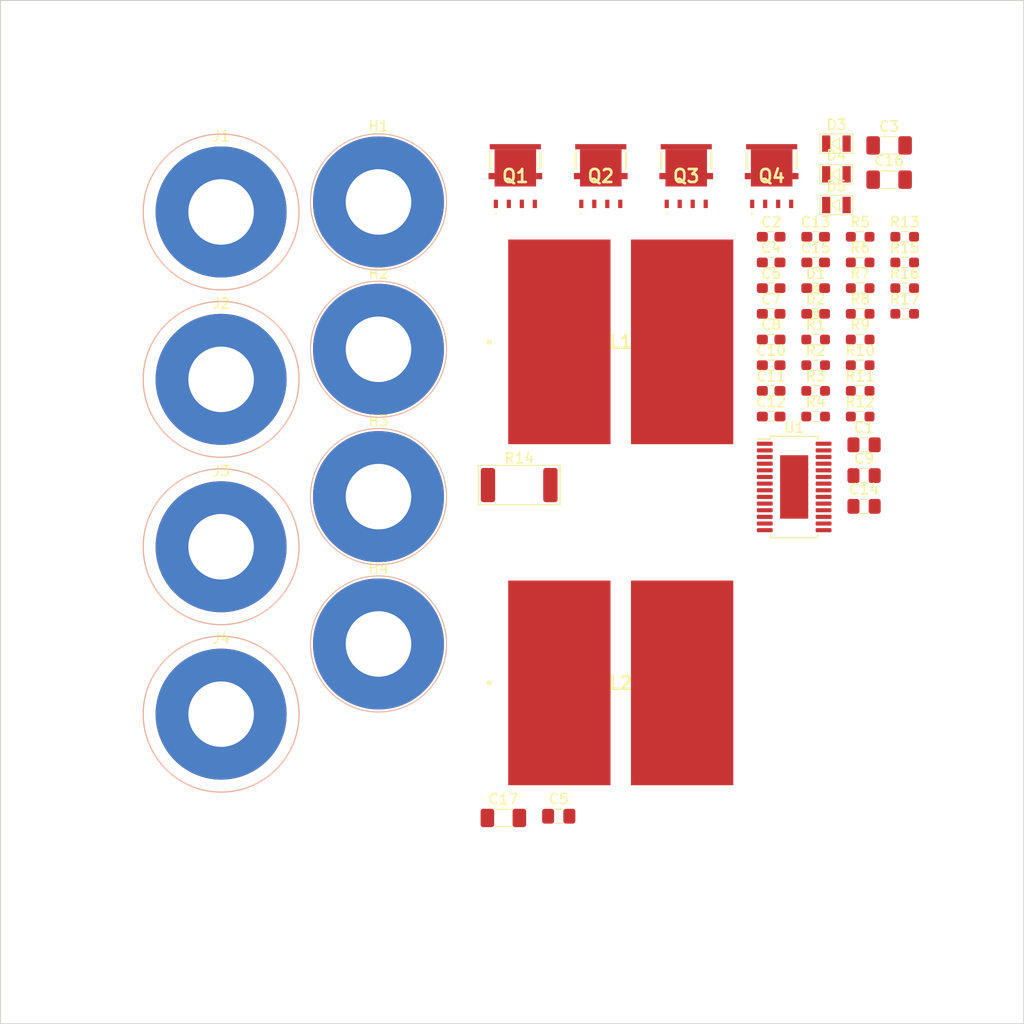
<source format=kicad_pcb>
(kicad_pcb (version 20221018) (generator pcbnew)
  (layers (0 "F.Cu" signal) (31 "B.Cu" signal) (34 "B.Paste" user) (35 "F.Paste" user) (36 "B.SilkS" user "B.Silkscreen") (37 "F.SilkS" user "F.Silkscreen") (38 "B.Mask" user) (39 "F.Mask" user) (44 "Edge.Cuts" user))
  (net 0 "")
  (net 1 "/Boost Converter/Vout")
  (net 2 "GND")
  (net 3 "Net-(U1-SS)")
  (net 4 "/Output Filter/24VFILT")
  (net 5 "/Boost Converter/Vcc")
  (net 6 "Net-(U1-VIN)")
  (net 7 "Net-(U1-COMP)")
  (net 8 "Net-(U1-SLOPE)")
  (net 9 "Net-(C10-Pad2)")
  (net 10 "Net-(D4-K)")
  (net 11 "Net-(Q1-D)")
  (net 12 "Net-(D5-K)")
  (net 13 "Net-(Q3-G)")
  (net 14 "/Boost Converter/12V")
  (net 15 "Net-(U1-CS)")
  (net 16 "Net-(U1-CSG)")
  (net 17 "Net-(D1-A)")
  (net 18 "Net-(D2-K)")
  (net 19 "Net-(D2-A)")
  (net 20 "Net-(D3-K)")
  (net 25 "Net-(Q3-D)")
  (net 26 "Net-(Q1-S)")
  (net 27 "Net-(Q1-G)")
  (net 28 "Net-(Q2-G)")
  (net 29 "Net-(Q4-G)")
  (net 30 "Net-(U1-RT{slash}SYNC)")
  (net 31 "Net-(U1-MODE)")
  (net 32 "Net-(U1-EN{slash}UVLO)")
  (net 33 "Net-(U1-DITH)")
  (net 34 "Net-(U1-VISNS)")
  (net 35 "Net-(U1-FB)")
  (net 36 "Net-(R16-Pad2)")
  (footprint "benediktibk:R_0603_1608Metric_Pad0.98x0.95mm_HandSolder" (layer "F.Cu") (at 104.015 45.6)
    (fp_text reference "R6" (at 0 -1.43) (layer "F.SilkS"))
    (fp_text value "220kOhm")
    (fp_line (start -0.375 -0.5) (end 0.375 -0.5) (stroke (width 0.1)) (layer "F.SilkS"))
    (fp_line (start -0.375 0.5) (end 0.375 0.5) (stroke (width 0.1)) (layer "F.SilkS"))
    (pad "1" smd roundrect (at -0.9125 0) (size 0.975 0.95) (layers "F.Cu" "F.Paste" "F.Mask") (net 14 "/Boost Converter/12V"))
    (pad "2" smd roundrect (at 0.9125 0) (size 0.975 0.95) (layers "F.Cu" "F.Paste" "F.Mask") (net 32 "Net-(U1-EN{slash}UVLO)"))
  )
  (footprint "benediktibk:D_0603_1608Metric_Pad1.05x0.95mm_HandSolder" (layer "F.Cu") (at 99.665 48.11)
    (fp_text reference "D1" (at 0 -1.43) (layer "F.SilkS"))
    (fp_text value "Vin")
    (fp_line (start -0.25 -0.05) (end 0.25 -0.3) (stroke (width 0.12)) (layer "F.SilkS"))
    (fp_line (start -0.25 -0.025) (end 0.25 0.25) (stroke (width 0.12)) (layer "F.SilkS"))
    (fp_line (start -0.25 0.25) (end -0.25 -0.3) (stroke (width 0.12)) (layer "F.SilkS"))
    (fp_line (start 0.25 0.25) (end 0.25 -0.3) (stroke (width 0.12)) (layer "F.SilkS"))
    (fp_line (start 0.35 -0.5) (end -0.4 -0.5) (stroke (width 0.12)) (layer "F.SilkS"))
    (fp_line (start 0.35 0.45) (end -0.35 0.45) (stroke (width 0.12)) (layer "F.SilkS"))
    (pad "1" smd roundrect (at -0.875 0) (size 1.05 0.95) (layers "F.Cu" "F.Paste" "F.Mask") (net 2 "GND"))
    (pad "2" smd roundrect (at 0.875 0) (size 1.05 0.95) (layers "F.Cu" "F.Paste" "F.Mask") (net 17 "Net-(D1-A)"))
  )
  (footprint "benediktibk:C_1206_3216Metric_Pad1.33x1.80mm_HandSolder" (layer "F.Cu") (at 69.145 99.89)
    (fp_text reference "C17" (at 0 -1.85) (layer "F.SilkS"))
    (fp_text value "47uF")
    (fp_line (start -0.8375 -0.85) (end 0.8375 -0.85) (stroke (width 0.1)) (layer "F.SilkS"))
    (fp_line (start -0.825 0.85) (end 0.85 0.85) (stroke (width 0.1)) (layer "F.SilkS"))
    (pad "1" smd roundrect (at -1.5625 0) (size 1.325 1.8) (layers "F.Cu" "F.Paste" "F.Mask") (roundrect_rratio 0.1886792453) (net 4 "/Output Filter/24VFILT"))
    (pad "2" smd roundrect (at 1.5625 0) (size 1.325 1.8) (layers "F.Cu" "F.Paste" "F.Mask") (roundrect_rratio 0.1886792453) (net 2 "GND"))
  )
  (footprint "benediktibk:R_0603_1608Metric_Pad0.98x0.95mm_HandSolder" (layer "F.Cu") (at 99.665 55.64)
    (fp_text reference "R2" (at 0 -1.43) (layer "F.SilkS"))
    (fp_text value "1kOhm")
    (fp_line (start -0.375 -0.5) (end 0.375 -0.5) (stroke (width 0.1)) (layer "F.SilkS"))
    (fp_line (start -0.375 0.5) (end 0.375 0.5) (stroke (width 0.1)) (layer "F.SilkS"))
    (pad "1" smd roundrect (at -0.9125 0) (size 0.975 0.95) (layers "F.Cu" "F.Paste" "F.Mask") (net 14 "/Boost Converter/12V"))
    (pad "2" smd roundrect (at 0.9125 0) (size 0.975 0.95) (layers "F.Cu" "F.Paste" "F.Mask") (net 19 "Net-(D2-A)"))
  )
  (footprint "benediktibk:C_1206_3216Metric_Pad1.33x1.80mm_HandSolder" (layer "F.Cu") (at 106.845 37.51)
    (fp_text reference "C16" (at 0 -1.85) (layer "F.SilkS"))
    (fp_text value "47uF")
    (fp_line (start -0.8375 -0.85) (end 0.8375 -0.85) (stroke (width 0.1)) (layer "F.SilkS"))
    (fp_line (start -0.825 0.85) (end 0.85 0.85) (stroke (width 0.1)) (layer "F.SilkS"))
    (pad "1" smd roundrect (at -1.5625 0) (size 1.325 1.8) (layers "F.Cu" "F.Paste" "F.Mask") (roundrect_rratio 0.1886792453) (net 14 "/Boost Converter/12V"))
    (pad "2" smd roundrect (at 1.5625 0) (size 1.325 1.8) (layers "F.Cu" "F.Paste" "F.Mask") (roundrect_rratio 0.1886792453) (net 2 "GND"))
  )
  (footprint "benediktibk:R_0603_1608Metric_Pad0.98x0.95mm_HandSolder" (layer "F.Cu") (at 108.365 43.09)
    (fp_text reference "R13" (at 0 -1.43) (layer "F.SilkS"))
    (fp_text value "100Ohm")
    (fp_line (start -0.375 -0.5) (end 0.375 -0.5) (stroke (width 0.1)) (layer "F.SilkS"))
    (fp_line (start -0.375 0.5) (end 0.375 0.5) (stroke (width 0.1)) (layer "F.SilkS"))
    (pad "1" smd roundrect (at -0.9125 0) (size 0.975 0.95) (layers "F.Cu" "F.Paste" "F.Mask") (net 16 "Net-(U1-CSG)"))
    (pad "2" smd roundrect (at 0.9125 0) (size 0.975 0.95) (layers "F.Cu" "F.Paste" "F.Mask") (net 2 "GND"))
  )
  (footprint "benediktibk:Connector_M6" (layer "F.Cu") (at 41.56 57.025)
    (fp_text reference "J2" (at 0 -7.4) (layer "F.SilkS"))
    (fp_text value "12V")
    (fp_circle (center 0 0) (end 7.615773 0) (stroke (width 0.12)) (fill none) (layer "B.SilkS"))
    (fp_circle (center 0 0) (end 7.615773 0) (stroke (width 0.12)) (fill none) (layer "F.SilkS"))
    (pad "1" thru_hole circle (at 0 0) (size 6.8 6.8) (drill 6.4) (layers "*.Cu" "*.Mask") (net 14 "/Boost Converter/12V"))
    (pad "1" smd circle (at 0 0) (size 12.8 12.8) (layers "F.Cu" "F.Paste" "F.Mask") (net 14 "/Boost Converter/12V"))
    (pad "1" smd circle (at 0 0) (size 12.8 12.8) (layers "B.Cu" "B.Paste" "B.Mask") (net 14 "/Boost Converter/12V"))
  )
  (footprint "benediktibk:C_0603_1608Metric_Pad1.08x0.95mm_HandSolder" (layer "F.Cu") (at 95.315 43.09)
    (fp_text reference "C2" (at 0 -1.43) (layer "F.SilkS"))
    (fp_text value "100nF")
    (fp_line (start -0.375 -0.5) (end 0.375 -0.5) (stroke (width 0.1)) (layer "F.SilkS"))
    (fp_line (start -0.375 0.5) (end 0.375 0.5) (stroke (width 0.1)) (layer "F.SilkS"))
    (pad "1" smd roundrect (at -0.8625 0) (size 1.075 0.95) (layers "F.Cu" "F.Paste" "F.Mask") (net 1 "/Boost Converter/Vout"))
    (pad "2" smd roundrect (at 0.8625 0) (size 1.075 0.95) (layers "F.Cu" "F.Paste" "F.Mask") (net 2 "GND"))
  )
  (footprint "benediktibk:SQJA42EPT1_GE3" (layer "F.Cu") (at 95.365 37.161)
    (fp_text reference "Q4" (at 0 -0.001) (layer "F.SilkS") (effects (font (size 1.27 1.27) (thickness 0.254))))
    (fp_text value "SQJA42EP" hide)
    (fp_line (start -2.45 -2.28) (end -2.45 -0.78) (stroke (width 0.2)) (layer "F.SilkS"))
    (fp_line (start -1.905 3.619) (end -1.905 3.619) (stroke (width 0.1)) (layer "F.SilkS"))
    (fp_line (start -1.905 3.619) (end -1.905 3.619) (stroke (width 0.1)) (layer "F.SilkS"))
    (fp_line (start -1.905 3.72) (end -1.905 3.72) (stroke (width 0.1)) (layer "F.SilkS"))
    (fp_line (start 2.45 -0.78) (end 2.45 -2.28) (stroke (width 0.2)) (layer "F.SilkS"))
    (fp_arc (start -1.906 3.619) (mid -1.855 3.669) (end -1.905 3.72) (stroke (width 0.1)) (layer "F.SilkS"))
    (fp_arc (start -1.906 3.72) (mid -1.956 3.669) (end -1.905 3.619) (stroke (width 0.1)) (layer "F.SilkS"))
    (fp_arc (start -1.906 3.72) (mid -1.956 3.669) (end -1.905 3.619) (stroke (width 0.1)) (layer "F.SilkS"))
    (pad "1" smd rect (at -1.905 2.715) (size 0.41 0.82) (layers "F.Cu" "F.Paste" "F.Mask") (net 25 "Net-(Q3-D)"))
    (pad "1" smd rect (at -0.635 2.715) (size 0.41 0.82) (layers "F.Cu" "F.Paste" "F.Mask") (net 25 "Net-(Q3-D)"))
    (pad "1" smd rect (at 0.635 2.715) (size 0.41 0.82) (layers "F.Cu" "F.Paste" "F.Mask") (net 25 "Net-(Q3-D)"))
    (pad "2" smd rect (at 1.905 2.715) (size 0.41 0.82) (layers "F.Cu" "F.Paste" "F.Mask") (net 29 "Net-(Q4-G)"))
    (pad "3" smd rect (at -2.328 0) (size 0.595 0.61) (layers "F.Cu" "F.Paste" "F.Mask") (net 1 "/Boost Converter/Vout"))
    (pad "3" smd rect (at 0 -2.871 90) (size 0.51 5) (layers "F.Cu" "F.Paste" "F.Mask") (net 1 "/Boost Converter/Vout"))
    (pad "3" smd rect (at 0 -0.801 90) (size 3.63 4.061) (layers "F.Cu" "F.Paste" "F.Mask") (net 1 "/Boost Converter/Vout"))
    (pad "3" smd rect (at 2.328 0) (size 0.595 0.61) (layers "F.Cu" "F.Paste" "F.Mask") (net 1 "/Boost Converter/Vout"))
  )
  (footprint "benediktibk:C_0603_1608Metric_Pad1.08x0.95mm_HandSolder" (layer "F.Cu") (at 95.315 50.62)
    (fp_text reference "C7" (at 0 -1.43) (layer "F.SilkS"))
    (fp_text value "100nF")
    (fp_line (start -0.375 -0.5) (end 0.375 -0.5) (stroke (width 0.1)) (layer "F.SilkS"))
    (fp_line (start -0.375 0.5) (end 0.375 0.5) (stroke (width 0.1)) (layer "F.SilkS"))
    (pad "1" smd roundrect (at -0.8625 0) (size 1.075 0.95) (layers "F.Cu" "F.Paste" "F.Mask") (net 6 "Net-(U1-VIN)"))
    (pad "2" smd roundrect (at 0.8625 0) (size 1.075 0.95) (layers "F.Cu" "F.Paste" "F.Mask") (net 2 "GND"))
  )
  (footprint "benediktibk:R_0603_1608Metric_Pad0.98x0.95mm_HandSolder" (layer "F.Cu") (at 99.665 53.13)
    (fp_text reference "R1" (at 0 -1.43) (layer "F.SilkS"))
    (fp_text value "1kOhm")
    (fp_line (start -0.375 -0.5) (end 0.375 -0.5) (stroke (width 0.1)) (layer "F.SilkS"))
    (fp_line (start -0.375 0.5) (end 0.375 0.5) (stroke (width 0.1)) (layer "F.SilkS"))
    (pad "1" smd roundrect (at -0.9125 0) (size 0.975 0.95) (layers "F.Cu" "F.Paste" "F.Mask") (net 14 "/Boost Converter/12V"))
    (pad "2" smd roundrect (at 0.9125 0) (size 0.975 0.95) (layers "F.Cu" "F.Paste" "F.Mask") (net 17 "Net-(D1-A)"))
  )
  (footprint "benediktibk:R_0603_1608Metric_Pad0.98x0.95mm_HandSolder" (layer "F.Cu") (at 99.665 58.15)
    (fp_text reference "R3" (at 0 -1.43) (layer "F.SilkS"))
    (fp_text value "10kOhm")
    (fp_line (start -0.375 -0.5) (end 0.375 -0.5) (stroke (width 0.1)) (layer "F.SilkS"))
    (fp_line (start -0.375 0.5) (end 0.375 0.5) (stroke (width 0.1)) (layer "F.SilkS"))
    (pad "1" smd roundrect (at -0.9125 0) (size 0.975 0.95) (layers "F.Cu" "F.Paste" "F.Mask") (net 5 "/Boost Converter/Vcc"))
    (pad "2" smd roundrect (at 0.9125 0) (size 0.975 0.95) (layers "F.Cu" "F.Paste" "F.Mask") (net 18 "Net-(D2-K)"))
  )
  (footprint "benediktibk:C_0805_2012Metric_Pad1.18x1.45mm_HandSolder" (layer "F.Cu") (at 104.395 63.42)
    (fp_text reference "C1" (at 0 -1.68) (layer "F.SilkS"))
    (fp_text value "4.7uF")
    (fp_line (start -0.375 -0.7) (end 0.375 -0.7) (stroke (width 0.1)) (layer "F.SilkS"))
    (fp_line (start -0.375 0.7) (end 0.375 0.7) (stroke (width 0.1)) (layer "F.SilkS"))
    (pad "1" smd roundrect (at -1.0375 0) (size 1.175 1.45) (layers "F.Cu" "F.Paste" "F.Mask") (roundrect_rratio 0.2127659574) (net 1 "/Boost Converter/Vout"))
    (pad "2" smd roundrect (at 1.0375 0) (size 1.175 1.45) (layers "F.Cu" "F.Paste" "F.Mask") (roundrect_rratio 0.2127659574) (net 2 "GND"))
  )
  (footprint "benediktibk:R_0603_1608Metric_Pad0.98x0.95mm_HandSolder" (layer "F.Cu") (at 104.015 55.64)
    (fp_text reference "R10" (at 0 -1.43) (layer "F.SilkS"))
    (fp_text value "10Ohm")
    (fp_line (start -0.375 -0.5) (end 0.375 -0.5) (stroke (width 0.1)) (layer "F.SilkS"))
    (fp_line (start -0.375 0.5) (end 0.375 0.5) (stroke (width 0.1)) (layer "F.SilkS"))
    (pad "1" smd roundrect (at -0.9125 0) (size 0.975 0.95) (layers "F.Cu" "F.Paste" "F.Mask") (net 20 "Net-(D3-K)"))
    (pad "2" smd roundrect (at 0.9125 0) (size 0.975 0.95) (layers "F.Cu" "F.Paste" "F.Mask") (net 6 "Net-(U1-VIN)"))
  )
  (footprint "benediktibk:R_0603_1608Metric_Pad0.98x0.95mm_HandSolder" (layer "F.Cu") (at 104.015 43.09)
    (fp_text reference "R5" (at 0 -1.43) (layer "F.SilkS"))
    (fp_text value "93.1kOhm")
    (fp_line (start -0.375 -0.5) (end 0.375 -0.5) (stroke (width 0.1)) (layer "F.SilkS"))
    (fp_line (start -0.375 0.5) (end 0.375 0.5) (stroke (width 0.1)) (layer "F.SilkS"))
    (pad "1" smd roundrect (at -0.9125 0) (size 0.975 0.95) (layers "F.Cu" "F.Paste" "F.Mask") (net 2 "GND"))
    (pad "2" smd roundrect (at 0.9125 0) (size 0.975 0.95) (layers "F.Cu" "F.Paste" "F.Mask") (net 31 "Net-(U1-MODE)"))
  )
  (footprint "benediktibk:C_0603_1608Metric_Pad1.08x0.95mm_HandSolder" (layer "F.Cu") (at 95.315 48.11)
    (fp_text reference "C6" (at 0 -1.43) (layer "F.SilkS"))
    (fp_text value "1uF")
    (fp_line (start -0.375 -0.5) (end 0.375 -0.5) (stroke (width 0.1)) (layer "F.SilkS"))
    (fp_line (start -0.375 0.5) (end 0.375 0.5) (stroke (width 0.1)) (layer "F.SilkS"))
    (pad "1" smd roundrect (at -0.8625 0) (size 1.075 0.95) (layers "F.Cu" "F.Paste" "F.Mask") (net 5 "/Boost Converter/Vcc"))
    (pad "2" smd roundrect (at 0.8625 0) (size 1.075 0.95) (layers "F.Cu" "F.Paste" "F.Mask") (net 2 "GND"))
  )
  (footprint "benediktibk:MountingHole_6.4mm_M6_Pad_TopBottom" (layer "F.Cu") (at 56.94 39.685)
    (fp_text reference "H1" (at 0 -7.4) (layer "F.SilkS"))
    (fp_text value "MountingHole_Pad_M6")
    (fp_circle (center 0 0) (end 6.65 0) (stroke (width 0.1)) (fill none) (layer "B.SilkS"))
    (fp_circle (center 0 0) (end 6.65 0) (stroke (width 0.1)) (fill none) (layer "F.SilkS"))
    (pad "1" thru_hole circle (at 0 0) (size 6.8 6.8) (drill 6.4) (layers "*.Cu" "*.Mask"))
    (pad "1" connect circle (at 0 0) (size 12.8 12.8) (layers "F.Cu" "F.Mask"))
    (pad "1" connect circle (at 0 0) (size 12.8 12.8) (layers "B.Cu" "B.Mask"))
  )
  (footprint "benediktibk:R_0603_1608Metric_Pad0.98x0.95mm_HandSolder" (layer "F.Cu") (at 99.665 60.66)
    (fp_text reference "R4" (at 0 -1.43) (layer "F.SilkS"))
    (fp_text value "24kOhm")
    (fp_line (start -0.375 -0.5) (end 0.375 -0.5) (stroke (width 0.1)) (layer "F.SilkS"))
    (fp_line (start -0.375 0.5) (end 0.375 0.5) (stroke (width 0.1)) (layer "F.SilkS"))
    (pad "1" smd roundrect (at -0.9125 0) (size 0.975 0.95) (layers "F.Cu" "F.Paste" "F.Mask") (net 30 "Net-(U1-RT{slash}SYNC)"))
    (pad "2" smd roundrect (at 0.9125 0) (size 0.975 0.95) (layers "F.Cu" "F.Paste" "F.Mask") (net 2 "GND"))
  )
  (footprint "benediktibk:R_0603_1608Metric_Pad0.98x0.95mm_HandSolder" (layer "F.Cu") (at 108.365 45.6)
    (fp_text reference "R15" (at 0 -1.43) (layer "F.SilkS"))
    (fp_text value "10kOhm")
    (fp_line (start -0.375 -0.5) (end 0.375 -0.5) (stroke (width 0.1)) (layer "F.SilkS"))
    (fp_line (start -0.375 0.5) (end 0.375 0.5) (stroke (width 0.1)) (layer "F.SilkS"))
    (pad "1" smd roundrect (at -0.9125 0) (size 0.975 0.95) (layers "F.Cu" "F.Paste" "F.Mask") (net 35 "Net-(U1-FB)"))
    (pad "2" smd roundrect (at 0.9125 0) (size 0.975 0.95) (layers "F.Cu" "F.Paste" "F.Mask") (net 2 "GND"))
  )
  (footprint "benediktibk:Connector_M6" (layer "F.Cu") (at 41.56 73.385)
    (fp_text reference "J3" (at 0 -7.4) (layer "F.SilkS"))
    (fp_text value "GND")
    (fp_circle (center 0 0) (end 7.615773 0) (stroke (width 0.12)) (fill none) (layer "B.SilkS"))
    (fp_circle (center 0 0) (end 7.615773 0) (stroke (width 0.12)) (fill none) (layer "F.SilkS"))
    (pad "1" thru_hole circle (at 0 0) (size 6.8 6.8) (drill 6.4) (layers "*.Cu" "*.Mask") (net 2 "GND"))
    (pad "1" smd circle (at 0 0) (size 12.8 12.8) (layers "F.Cu" "F.Paste" "F.Mask") (net 2 "GND"))
    (pad "1" smd circle (at 0 0) (size 12.8 12.8) (layers "B.Cu" "B.Paste" "B.Mask") (net 2 "GND"))
  )
  (footprint "benediktibk:SQJA42EPT1_GE3" (layer "F.Cu") (at 78.665 37.161)
    (fp_text reference "Q2" (at 0 -0.001) (layer "F.SilkS") (effects (font (size 1.27 1.27) (thickness 0.254))))
    (fp_text value "SQJA42EP" hide)
    (fp_line (start -2.45 -2.28) (end -2.45 -0.78) (stroke (width 0.2)) (layer "F.SilkS"))
    (fp_line (start -1.905 3.619) (end -1.905 3.619) (stroke (width 0.1)) (layer "F.SilkS"))
    (fp_line (start -1.905 3.619) (end -1.905 3.619) (stroke (width 0.1)) (layer "F.SilkS"))
    (fp_line (start -1.905 3.72) (end -1.905 3.72) (stroke (width 0.1)) (layer "F.SilkS"))
    (fp_line (start 2.45 -0.78) (end 2.45 -2.28) (stroke (width 0.2)) (layer "F.SilkS"))
    (fp_arc (start -1.906 3.619) (mid -1.855 3.669) (end -1.905 3.72) (stroke (width 0.1)) (layer "F.SilkS"))
    (fp_arc (start -1.906 3.72) (mid -1.956 3.669) (end -1.905 3.619) (stroke (width 0.1)) (layer "F.SilkS"))
    (fp_arc (start -1.906 3.72) (mid -1.956 3.669) (end -1.905 3.619) (stroke (width 0.1)) (layer "F.SilkS"))
    (pad "1" smd rect (at -1.905 2.715) (size 0.41 0.82) (layers "F.Cu" "F.Paste" "F.Mask") (net 11 "Net-(Q1-D)"))
    (pad "1" smd rect (at -0.635 2.715) (size 0.41 0.82) (layers "F.Cu" "F.Paste" "F.Mask") (net 11 "Net-(Q1-D)"))
    (pad "1" smd rect (at 0.635 2.715) (size 0.41 0.82) (layers "F.Cu" "F.Paste" "F.Mask") (net 11 "Net-(Q1-D)"))
    (pad "2" smd rect (at 1.905 2.715) (size 0.41 0.82) (layers "F.Cu" "F.Paste" "F.Mask") (net 28 "Net-(Q2-G)"))
    (pad "3" smd rect (at -2.328 0) (size 0.595 0.61) (layers "F.Cu" "F.Paste" "F.Mask") (net 14 "/Boost Converter/12V"))
    (pad "3" smd rect (at 0 -2.871 90) (size 0.51 5) (layers "F.Cu" "F.Paste" "F.Mask") (net 14 "/Boost Converter/12V"))
    (pad "3" smd rect (at 0 -0.801 90) (size 3.63 4.061) (layers "F.Cu" "F.Paste" "F.Mask") (net 14 "/Boost Converter/12V"))
    (pad "3" smd rect (at 2.328 0) (size 0.595 0.61) (layers "F.Cu" "F.Paste" "F.Mask") (net 14 "/Boost Converter/12V"))
  )
  (footprint "benediktibk:C_0603_1608Metric_Pad1.08x0.95mm_HandSolder" (layer "F.Cu") (at 99.665 43.09)
    (fp_text reference "C13" (at 0 -1.43) (layer "F.SilkS"))
    (fp_text value "1uF")
    (fp_line (start -0.375 -0.5) (end 0.375 -0.5) (stroke (width 0.1)) (layer "F.SilkS"))
    (fp_line (start -0.375 0.5) (end 0.375 0.5) (stroke (width 0.1)) (layer "F.SilkS"))
    (pad "1" smd roundrect (at -0.8625 0) (size 1.075 0.95) (layers "F.Cu" "F.Paste" "F.Mask") (net 14 "/Boost Converter/12V"))
    (pad "2" smd roundrect (at 0.8625 0) (size 1.075 0.95) (layers "F.Cu" "F.Paste" "F.Mask") (net 2 "GND"))
  )
  (footprint "benediktibk:R_0603_1608Metric_Pad0.98x0.95mm_HandSolder" (layer "F.Cu") (at 104.015 60.66)
    (fp_text reference "R12" (at 0 -1.43) (layer "F.SilkS"))
    (fp_text value "100Ohm")
    (fp_line (start -0.375 -0.5) (end 0.375 -0.5) (stroke (width 0.1)) (layer "F.SilkS"))
    (fp_line (start -0.375 0.5) (end 0.375 0.5) (stroke (width 0.1)) (layer "F.SilkS"))
    (pad "1" smd roundrect (at -0.9125 0) (size 0.975 0.95) (layers "F.Cu" "F.Paste" "F.Mask") (net 15 "Net-(U1-CS)"))
    (pad "2" smd roundrect (at 0.9125 0) (size 0.975 0.95) (layers "F.Cu" "F.Paste" "F.Mask") (net 26 "Net-(Q1-S)"))
  )
  (footprint "benediktibk:R_0603_1608Metric_Pad0.98x0.95mm_HandSolder" (layer "F.Cu") (at 108.365 48.11)
    (fp_text reference "R16" (at 0 -1.43) (layer "F.SilkS"))
    (fp_text value "20kOhm")
    (fp_line (start -0.375 -0.5) (end 0.375 -0.5) (stroke (width 0.1)) (layer "F.SilkS"))
    (fp_line (start -0.375 0.5) (end 0.375 0.5) (stroke (width 0.1)) (layer "F.SilkS"))
    (pad "1" smd roundrect (at -0.9125 0) (size 0.975 0.95) (layers "F.Cu" "F.Paste" "F.Mask") (net 1 "/Boost Converter/Vout"))
    (pad "2" smd roundrect (at 0.9125 0) (size 0.975 0.95) (layers "F.Cu" "F.Paste" "F.Mask") (net 36 "Net-(R16-Pad2)"))
  )
  (footprint "benediktibk:R_0603_1608Metric_Pad0.98x0.95mm_HandSolder" (layer "F.Cu") (at 108.365 50.62)
    (fp_text reference "R17" (at 0 -1.43) (layer "F.SilkS"))
    (fp_text value "270kOhm")
    (fp_line (start -0.375 -0.5) (end 0.375 -0.5) (stroke (width 0.1)) (layer "F.SilkS"))
    (fp_line (start -0.375 0.5) (end 0.375 0.5) (stroke (width 0.1)) (layer "F.SilkS"))
    (pad "1" smd roundrect (at -0.9125 0) (size 0.975 0.95) (layers "F.Cu" "F.Paste" "F.Mask") (net 36 "Net-(R16-Pad2)"))
    (pad "2" smd roundrect (at 0.9125 0) (size 0.975 0.95) (layers "F.Cu" "F.Paste" "F.Mask") (net 35 "Net-(U1-FB)"))
  )
  (footprint "benediktibk:C_0603_1608Metric_Pad1.08x0.95mm_HandSolder" (layer "F.Cu") (at 99.665 45.6)
    (fp_text reference "C15" (at 0 -1.43) (layer "F.SilkS"))
    (fp_text value "47pF")
    (fp_line (start -0.375 -0.5) (end 0.375 -0.5) (stroke (width 0.1)) (layer "F.SilkS"))
    (fp_line (start -0.375 0.5) (end 0.375 0.5) (stroke (width 0.1)) (layer "F.SilkS"))
    (pad "1" smd roundrect (at -0.8625 0) (size 1.075 0.95) (layers "F.Cu" "F.Paste" "F.Mask") (net 15 "Net-(U1-CS)"))
    (pad "2" smd roundrect (at 0.8625 0) (size 1.075 0.95) (layers "F.Cu" "F.Paste" "F.Mask") (net 16 "Net-(U1-CSG)"))
  )
  (footprint "benediktibk:R_2512_6332Metric_Pad1.40x3.35mm_HandSolder" (layer "F.Cu") (at 70.69 67.355)
    (fp_text reference "R14" (at 0 -2.62) (layer "F.SilkS"))
    (fp_text value "4mOhm")
    (fp_line (start -4 -1.92) (end 4 -1.92) (stroke (width 0.1)) (layer "F.SilkS"))
    (fp_line (start -4 1.92) (end -4 -1.92) (stroke (width 0.1)) (layer "F.SilkS"))
    (fp_line (start 4 -1.92) (end 4 1.92) (stroke (width 0.1)) (layer "F.SilkS"))
    (fp_line (start 4 1.92) (end -4 1.92) (stroke (width 0.1)) (layer "F.SilkS"))
    (pad "1" smd roundrect (at -3.05 0) (size 1.4 3.35) (layers "F.Cu" "F.Paste" "F.Mask") (roundrect_rratio 0.1785707143) (net 26 "Net-(Q1-S)"))
    (pad "2" smd roundrect (at 3.05 0) (size 1.4 3.35) (layers "F.Cu" "F.Paste" "F.Mask") (roundrect_rratio 0.1785707143) (net 2 "GND"))
  )
  (footprint "benediktibk:MountingHole_6.4mm_M6_Pad_TopBottom" (layer "F.Cu") (at 56.94 54.085)
    (fp_text reference "H2" (at 0 -7.4) (layer "F.SilkS"))
    (fp_text value "MountingHole_Pad_M6")
    (fp_circle (center 0 0) (end 6.65 0) (stroke (width 0.1)) (fill none) (layer "B.SilkS"))
    (fp_circle (center 0 0) (end 6.65 0) (stroke (width 0.1)) (fill none) (layer "F.SilkS"))
    (pad "1" thru_hole circle (at 0 0) (size 6.8 6.8) (drill 6.4) (layers "*.Cu" "*.Mask"))
    (pad "1" connect circle (at 0 0) (size 12.8 12.8) (layers "F.Cu" "F.Mask"))
    (pad "1" connect circle (at 0 0) (size 12.8 12.8) (layers "B.Cu" "B.Mask"))
  )
  (footprint "benediktibk:C_0603_1608Metric_Pad1.08x0.95mm_HandSolder" (layer "F.Cu") (at 95.315 55.64)
    (fp_text reference "C10" (at 0 -1.43) (layer "F.SilkS"))
    (fp_text value "33nF")
    (fp_line (start -0.375 -0.5) (end 0.375 -0.5) (stroke (width 0.1)) (layer "F.SilkS"))
    (fp_line (start -0.375 0.5) (end 0.375 0.5) (stroke (width 0.1)) (layer "F.SilkS"))
    (pad "1" smd roundrect (at -0.8625 0) (size 1.075 0.95) (layers "F.Cu" "F.Paste" "F.Mask") (net 7 "Net-(U1-COMP)"))
    (pad "2" smd roundrect (at 0.8625 0) (size 1.075 0.95) (layers "F.Cu" "F.Paste" "F.Mask") (net 9 "Net-(C10-Pad2)"))
  )
  (footprint "benediktibk:C_0603_1608Metric_Pad1.08x0.95mm_HandSolder" (layer "F.Cu") (at 95.315 53.13)
    (fp_text reference "C8" (at 0 -1.43) (layer "F.SilkS"))
    (fp_text value "560pF")
    (fp_line (start -0.375 -0.5) (end 0.375 -0.5) (stroke (width 0.1)) (layer "F.SilkS"))
    (fp_line (start -0.375 0.5) (end 0.375 0.5) (stroke (width 0.1)) (layer "F.SilkS"))
    (pad "1" smd roundrect (at -0.8625 0) (size 1.075 0.95) (layers "F.Cu" "F.Paste" "F.Mask") (net 7 "Net-(U1-COMP)"))
    (pad "2" smd roundrect (at 0.8625 0) (size 1.075 0.95) (layers "F.Cu" "F.Paste" "F.Mask") (net 2 "GND"))
  )
  (footprint "benediktibk:R_0603_1608Metric_Pad0.98x0.95mm_HandSolder" (layer "F.Cu") (at 104.015 58.15)
    (fp_text reference "R11" (at 0 -1.43) (layer "F.SilkS"))
    (fp_text value "10kOhm")
    (fp_line (start -0.375 -0.5) (end 0.375 -0.5) (stroke (width 0.1)) (layer "F.SilkS"))
    (fp_line (start -0.375 0.5) (end 0.375 0.5) (stroke (width 0.1)) (layer "F.SilkS"))
    (pad "1" smd roundrect (at -0.9125 0) (size 0.975 0.95) (layers "F.Cu" "F.Paste" "F.Mask") (net 9 "Net-(C10-Pad2)"))
    (pad "2" smd roundrect (at 0.9125 0) (size 0.975 0.95) (layers "F.Cu" "F.Paste" "F.Mask") (net 2 "GND"))
  )
  (footprint "benediktibk:SQJA42EPT1_GE3" (layer "F.Cu") (at 70.315 37.161)
    (fp_text reference "Q1" (at 0 -0.001) (layer "F.SilkS") (effects (font (size 1.27 1.27) (thickness 0.254))))
    (fp_text value "SQJA42EP" hide)
    (fp_line (start -2.45 -2.28) (end -2.45 -0.78) (stroke (width 0.2)) (layer "F.SilkS"))
    (fp_line (start -1.905 3.619) (end -1.905 3.619) (stroke (width 0.1)) (layer "F.SilkS"))
    (fp_line (start -1.905 3.619) (end -1.905 3.619) (stroke (width 0.1)) (layer "F.SilkS"))
    (fp_line (start -1.905 3.72) (end -1.905 3.72) (stroke (width 0.1)) (layer "F.SilkS"))
    (fp_line (start 2.45 -0.78) (end 2.45 -2.28) (stroke (width 0.2)) (layer "F.SilkS"))
    (fp_arc (start -1.906 3.619) (mid -1.855 3.669) (end -1.905 3.72) (stroke (width 0.1)) (layer "F.SilkS"))
    (fp_arc (start -1.906 3.72) (mid -1.956 3.669) (end -1.905 3.619) (stroke (width 0.1)) (layer "F.SilkS"))
    (fp_arc (start -1.906 3.72) (mid -1.956 3.669) (end -1.905 3.619) (stroke (width 0.1)) (layer "F.SilkS"))
    (pad "1" smd rect (at -1.905 2.715) (size 0.41 0.82) (layers "F.Cu" "F.Paste" "F.Mask") (net 26 "Net-(Q1-S)"))
    (pad "1" smd rect (at -0.635 2.715) (size 0.41 0.82) (layers "F.Cu" "F.Paste" "F.Mask") (net 26 "Net-(Q1-S)"))
    (pad "1" smd rect (at 0.635 2.715) (size 0.41 0.82) (layers "F.Cu" "F.Paste" "F.Mask") (net 26 "Net-(Q1-S)"))
    (pad "2" smd rect (at 1.905 2.715) (size 0.41 0.82) (layers "F.Cu" "F.Paste" "F.Mask") (net 27 "Net-(Q1-G)"))
    (pad "3" smd rect (at -2.328 0) (size 0.595 0.61) (layers "F.Cu" "F.Paste" "F.Mask") (net 11 "Net-(Q1-D)"))
    (pad "3" smd rect (at 0 -2.871 90) (size 0.51 5) (layers "F.Cu" "F.Paste" "F.Mask") (net 11 "Net-(Q1-D)"))
    (pad "3" smd rect (at 0 -0.801 90) (size 3.63 4.061) (layers "F.Cu" "F.Paste" "F.Mask") (net 11 "Net-(Q1-D)"))
    (pad "3" smd rect (at 2.328 0) (size 0.595 0.61) (layers "F.Cu" "F.Paste" "F.Mask") (net 11 "Net-(Q1-D)"))
  )
  (footprint "benediktibk:R_0603_1608Metric_Pad0.98x0.95mm_HandSolder" (layer "F.Cu") (at 104.015 50.62)
    (fp_text reference "R8" (at 0 -1.43) (layer "F.SilkS"))
    (fp_text value "0Ohm")
    (fp_line (start -0.375 -0.5) (end 0.375 -0.5) (stroke (width 0.1)) (layer "F.SilkS"))
    (fp_line (start -0.375 0.5) (end 0.375 0.5) (stroke (width 0.1)) (layer "F.SilkS"))
    (pad "1" smd roundrect (at -0.9125 0) (size 0.975 0.95) (layers "F.Cu" "F.Paste" "F.Mask") (net 33 "Net-(U1-DITH)"))
    (pad "2" smd roundrect (at 0.9125 0) (size 0.975 0.95) (layers "F.Cu" "F.Paste" "F.Mask") (net 2 "GND"))
  )
  (footprint "benediktibk:Connector_M6" (layer "F.Cu") (at 41.56 40.665)
    (fp_text reference "J1" (at 0 -7.4) (layer "F.SilkS"))
    (fp_text value "24V")
    (fp_circle (center 0 0) (end 7.615773 0) (stroke (width 0.12)) (fill none) (layer "B.SilkS"))
    (fp_circle (center 0 0) (end 7.615773 0) (stroke (width 0.12)) (fill none) (layer "F.SilkS"))
    (pad "1" thru_hole circle (at 0 0) (size 6.8 6.8) (drill 6.4) (layers "*.Cu" "*.Mask") (net 4 "/Output Filter/24VFILT"))
    (pad "1" smd circle (at 0 0) (size 12.8 12.8) (layers "F.Cu" "F.Paste" "F.Mask") (net 4 "/Output Filter/24VFILT"))
    (pad "1" smd circle (at 0 0) (size 12.8 12.8) (layers "B.Cu" "B.Paste" "B.Mask") (net 4 "/Output Filter/24VFILT"))
  )
  (footprint "benediktibk:C_1206_3216Metric_Pad1.33x1.80mm_HandSolder" (layer "F.Cu") (at 106.845 34.16)
    (fp_text reference "C3" (at 0 -1.85) (layer "F.SilkS"))
    (fp_text value "47uF")
    (fp_line (start -0.8375 -0.85) (end 0.8375 -0.85) (stroke (width 0.1)) (layer "F.SilkS"))
    (fp_line (start -0.825 0.85) (end 0.85 0.85) (stroke (width 0.1)) (layer "F.SilkS"))
    (pad "1" smd roundrect (at -1.5625 0) (size 1.325 1.8) (layers "F.Cu" "F.Paste" "F.Mask") (roundrect_rratio 0.1886792453) (net 1 "/Boost Converter/Vout"))
    (pad "2" smd roundrect (at 1.5625 0) (size 1.325 1.8) (layers "F.Cu" "F.Paste" "F.Mask") (roundrect_rratio 0.1886792453) (net 2 "GND"))
  )
  (footprint "benediktibk:C_0603_1608Metric_Pad1.08x0.95mm_HandSolder" (layer "F.Cu") (at 95.315 60.66)
    (fp_text reference "C12" (at 0 -1.43) (layer "F.SilkS"))
    (fp_text value "100nF")
    (fp_line (start -0.375 -0.5) (end 0.375 -0.5) (stroke (width 0.1)) (layer "F.SilkS"))
    (fp_line (start -0.375 0.5) (end 0.375 0.5) (stroke (width 0.1)) (layer "F.SilkS"))
    (pad "1" smd roundrect (at -0.8625 0) (size 1.075 0.95) (layers "F.Cu" "F.Paste" "F.Mask") (net 12 "Net-(D5-K)"))
    (pad "2" smd roundrect (at 0.8625 0) (size 1.075 0.95) (layers "F.Cu" "F.Paste" "F.Mask") (net 13 "Net-(Q3-G)"))
  )
  (footprint "benediktibk:ETQP8" (layer "F.Cu") (at 80.615 86.69)
    (fp_text reference "L2" (at 0 0) (layer "F.SilkS") (effects (font (size 1.27 1.27) (thickness 0.254))))
    (fp_text value "2.5µH" hide)
    (fp_circle (center -12.85 0) (end -12.85 0.05) (stroke (width 0.2)) (fill none) (layer "F.SilkS"))
    (pad "1" smd rect (at -6 0) (size 10 20) (layers "F.Cu" "F.Paste" "F.Mask") (net 1 "/Boost Converter/Vout"))
    (pad "2" smd rect (at 6 0) (size 10 20) (layers "F.Cu" "F.Paste" "F.Mask") (net 4 "/Output Filter/24VFILT"))
  )
  (footprint "benediktibk:C_0805_2012Metric_Pad1.18x1.45mm_HandSolder" (layer "F.Cu") (at 104.395 66.43)
    (fp_text reference "C9" (at 0 -1.68) (layer "F.SilkS"))
    (fp_text value "240pF")
    (fp_line (start -0.375 -0.7) (end 0.375 -0.7) (stroke (width 0.1)) (layer "F.SilkS"))
    (fp_line (start -0.375 0.7) (end 0.375 0.7) (stroke (width 0.1)) (layer "F.SilkS"))
    (pad "1" smd roundrect (at -1.0375 0) (size 1.175 1.45) (layers "F.Cu" "F.Paste" "F.Mask") (roundrect_rratio 0.2127659574) (net 8 "Net-(U1-SLOPE)"))
    (pad "2" smd roundrect (at 1.0375 0) (size 1.175 1.45) (layers "F.Cu" "F.Paste" "F.Mask") (roundrect_rratio 0.2127659574) (net 2 "GND"))
  )
  (footprint "benediktibk:SQJA42EPT1_GE3" (layer "F.Cu") (at 87.015 37.161)
    (fp_text reference "Q3" (at 0 -0.001) (layer "F.SilkS") (effects (font (size 1.27 1.27) (thickness 0.254))))
    (fp_text value "SQJA42EP" hide)
    (fp_line (start -2.45 -2.28) (end -2.45 -0.78) (stroke (width 0.2)) (layer "F.SilkS"))
    (fp_line (start -1.905 3.619) (end -1.905 3.619) (stroke (width 0.1)) (layer "F.SilkS"))
    (fp_line (start -1.905 3.619) (end -1.905 3.619) (stroke (width 0.1)) (layer "F.SilkS"))
    (fp_line (start -1.905 3.72) (end -1.905 3.72) (stroke (width 0.1)) (layer "F.SilkS"))
    (fp_line (start 2.45 -0.78) (end 2.45 -2.28) (stroke (width 0.2)) (layer "F.SilkS"))
    (fp_arc (start -1.906 3.619) (mid -1.855 3.669) (end -1.905 3.72) (stroke (width 0.1)) (layer "F.SilkS"))
    (fp_arc (start -1.906 3.72) (mid -1.956 3.669) (end -1.905 3.619) (stroke (width 0.1)) (layer "F.SilkS"))
    (fp_arc (start -1.906 3.72) (mid -1.956 3.669) (end -1.905 3.619) (stroke (width 0.1)) (layer "F.SilkS"))
    (pad "1" smd rect (at -1.905 2.715) (size 0.41 0.82) (layers "F.Cu" "F.Paste" "F.Mask") (net 26 "Net-(Q1-S)"))
    (pad "1" smd rect (at -0.635 2.715) (size 0.41 0.82) (layers "F.Cu" "F.Paste" "F.Mask") (net 26 "Net-(Q1-S)"))
    (pad "1" smd rect (at 0.635 2.715) (size 0.41 0.82) (layers "F.Cu" "F.Paste" "F.Mask") (net 26 "Net-(Q1-S)"))
    (pad "2" smd rect (at 1.905 2.715) (size 0.41 0.82) (layers "F.Cu" "F.Paste" "F.Mask") (net 13 "Net-(Q3-G)"))
    (pad "3" smd rect (at -2.328 0) (size 0.595 0.61) (layers "F.Cu" "F.Paste" "F.Mask") (net 25 "Net-(Q3-D)"))
    (pad "3" smd rect (at 0 -2.871 90) (size 0.51 5) (layers "F.Cu" "F.Paste" "F.Mask") (net 25 "Net-(Q3-D)"))
    (pad "3" smd rect (at 0 -0.801 90) (size 3.63 4.061) (layers "F.Cu" "F.Paste" "F.Mask") (net 25 "Net-(Q3-D)"))
    (pad "3" smd rect (at 2.328 0) (size 0.595 0.61) (layers "F.Cu" "F.Paste" "F.Mask") (net 25 "Net-(Q3-D)"))
  )
  (footprint "benediktibk:C_0603_1608Metric_Pad1.08x0.95mm_HandSolder" (layer "F.Cu") (at 95.315 58.15)
    (fp_text reference "C11" (at 0 -1.43) (layer "F.SilkS"))
    (fp_text value "100nF")
    (fp_line (start -0.375 -0.5) (end 0.375 -0.5) (stroke (width 0.1)) (layer "F.SilkS"))
    (fp_line (start -0.375 0.5) (end 0.375 0.5) (stroke (width 0.1)) (layer "F.SilkS"))
    (pad "1" smd roundrect (at -0.8625 0) (size 1.075 0.95) (layers "F.Cu" "F.Paste" "F.Mask") (net 10 "Net-(D4-K)"))
    (pad "2" smd roundrect (at 0.8625 0) (size 1.075 0.95) (layers "F.Cu" "F.Paste" "F.Mask") (net 11 "Net-(Q1-D)"))
  )
  (footprint "benediktibk:LM5176" (layer "F.Cu") (at 97.565 67.54)
    (fp_text reference "U1" (at 0 -5.8) (layer "F.SilkS"))
    (fp_text value "LM5176")
    (fp_line (start -2.31 -4.96) (end -2.31 -4.685) (stroke (width 0.12)) (layer "F.SilkS"))
    (fp_line (start -2.31 -4.685) (end -3.65 -4.685) (stroke (width 0.12)) (layer "F.SilkS"))
    (fp_line (start -2.31 4.96) (end -2.31 4.685) (stroke (width 0.12)) (layer "F.SilkS"))
    (fp_line (start 0 -4.96) (end -2.31 -4.96) (stroke (width 0.12)) (layer "F.SilkS"))
    (fp_line (start 0 -4.96) (end 2.31 -4.96) (stroke (width 0.12)) (layer "F.SilkS"))
    (fp_line (start 0 4.96) (end -2.31 4.96) (stroke (width 0.12)) (layer "F.SilkS"))
    (fp_line (start 0 4.96) (end 2.31 4.96) (stroke (width 0.12)) (layer "F.SilkS"))
    (fp_line (start 2.31 -4.96) (end 2.31 -4.685) (stroke (width 0.12)) (layer "F.SilkS"))
    (fp_line (start 2.31 4.96) (end 2.31 4.685) (stroke (width 0.12)) (layer "F.SilkS"))
    (pad "1" smd roundrect (at -2.875 -4.225) (size 1.55 0.4) (layers "F.Cu" "F.Paste" "F.Mask") (net 32 "Net-(U1-EN{slash}UVLO)"))
    (pad "2" smd roundrect (at -2.875 -3.575) (size 1.55 0.4) (layers "F.Cu" "F.Paste" "F.Mask") (net 6 "Net-(U1-VIN)"))
    (pad "3" smd roundrect (at -2.875 -2.925) (size 1.55 0.4) (layers "F.Cu" "F.Paste" "F.Mask") (net 34 "Net-(U1-VISNS)"))
    (pad "4" smd roundrect (at -2.875 -2.275) (size 1.55 0.4) (layers "F.Cu" "F.Paste" "F.Mask") (net 31 "Net-(U1-MODE)"))
    (pad "5" smd roundrect (at -2.875 -1.625) (size 1.55 0.4) (layers "F.Cu" "F.Paste" "F.Mask") (net 33 "Net-(U1-DITH)"))
    (pad "6" smd roundrect (at -2.875 -0.975) (size 1.55 0.4) (layers "F.Cu" "F.Paste" "F.Mask") (net 30 "Net-(U1-RT{slash}SYNC)"))
    (pad "7" smd roundrect (at -2.875 -0.325) (size 1.55 0.4) (layers "F.Cu" "F.Paste" "F.Mask") (net 8 "Net-(U1-SLOPE)"))
    (pad "8" smd roundrect (at -2.875 0.325) (size 1.55 0.4) (layers "F.Cu" "F.Paste" "F.Mask") (net 3 "Net-(U1-SS)"))
    (pad "9" smd roundrect (at -2.875 0.975) (size 1.55 0.4) (layers "F.Cu" "F.Paste" "F.Mask") (net 7 "Net-(U1-COMP)"))
    (pad "10" smd roundrect (at -2.875 1.625) (size 1.55 0.4) (layers "F.Cu" "F.Paste" "F.Mask") (net 2 "GND"))
    (pad "11" smd roundrect (at -2.875 2.275) (size 1.55 0.4) (layers "F.Cu" "F.Paste" "F.Mask") (net 35 "Net-(U1-FB)"))
    (pad "12" smd roundrect (at -2.875 2.925) (size 1.55 0.4) (layers "F.Cu" "F.Paste" "F.Mask") (net 1 "/Boost Converter/Vout"))
    (pad "13" smd roundrect (at -2.875 3.575) (size 1.55 0.4) (layers "F.Cu" "F.Paste" "F.Mask") (net 2 "GND"))
    (pad "14" smd roundrect (at -2.875 4.225) (size 1.55 0.4) (layers "F.Cu" "F.Paste" "F.Mask") (net 2 "GND"))
    (pad "15" smd roundrect (at 2.875 4.225) (size 1.55 0.4) (layers "F.Cu" "F.Paste" "F.Mask") (net 16 "Net-(U1-CSG)"))
    (pad "16" smd roundrect (at 2.875 3.575) (size 1.55 0.4) (layers "F.Cu" "F.Paste" "F.Mask") (net 15 "Net-(U1-CS)"))
    (pad "17" smd roundrect (at 2.875 2.925) (size 1.55 0.4) (layers "F.Cu" "F.Paste" "F.Mask") (net 18 "Net-(D2-K)"))
    (pad "18" smd roundrect (at 2.875 2.275) (size 1.55 0.4) (layers "F.Cu" "F.Paste" "F.Mask") (net 13 "Net-(Q3-G)"))
    (pad "19" smd roundrect (at 2.875 1.625) (size 1.55 0.4) (layers "F.Cu" "F.Paste" "F.Mask") (net 29 "Net-(Q4-G)"))
    (pad "20" smd roundrect (at 2.875 0.975) (size 1.55 0.4) (layers "F.Cu" "F.Paste" "F.Mask") (net 12 "Net-(D5-K)"))
    (pad "21" smd roundrect (at 2.875 0.325) (size 1.55 0.4) (layers "F.Cu" "F.Paste" "F.Mask"))
    (pad "22" smd roundrect (at 2.875 -0.325) (size 1.55 0.4) (layers "F.Cu" "F.Paste" "F.Mask") (net 2 "GND"))
    (pad "23" smd roundrect (at 2.875 -0.975) (size 1.55 0.4) (layers "F.Cu" "F.Paste" "F.Mask") (net 5 "/Boost Converter/Vcc"))
    (pad "24" smd roundrect (at 2.875 -1.625) (size 1.55 0.4) (layers "F.Cu" "F.Paste" "F.Mask") (net 1 "/Boost Converter/Vout"))
    (pad "25" smd roundrect (at 2.875 -2.275) (size 1.55 0.4) (layers "F.Cu" "F.Paste" "F.Mask") (net 27 "Net-(Q1-G)"))
    (pad "26" smd roundrect (at 2.875 -2.925) (size 1.55 0.4) (layers "F.Cu" "F.Paste" "F.Mask") (net 10 "Net-(D4-K)"))
    (pad "27" smd roundrect (at 2.875 -3.575) (size 1.55 0.4) (layers "F.Cu" "F.Paste" "F.Mask") (net 28 "Net-(Q2-G)"))
    (pad "28" smd roundrect (at 2.875 -4.225) (size 1.55 0.4) (layers "F.Cu" "F.Paste" "F.Mask") (net 11 "Net-(Q1-D)"))
    (pad "29" smd rect (at 0 0) (size 2.75 6.2) (layers "F.Cu" "F.Mask") (net 2 "GND"))
  )
  (footprint "benediktibk:D_SOD-323" (layer "F.Cu") (at 101.69 33.985)
    (fp_text reference "D3" (at 0 -1.85) (layer "F.SilkS"))
    (fp_text value "BAT54WS")
    (fp_line (start -1.6 -0.95) (end -1.6 0.95) (stroke (width 0.1)) (layer "F.SilkS"))
    (fp_line (start -1.6 -0.95) (end 1.6 -0.95) (stroke (width 0.1)) (layer "F.SilkS"))
    (fp_line (start -1.6 0.95) (end 1.6 0.95) (stroke (width 0.1)) (layer "F.SilkS"))
    (fp_line (start -0.5335 0) (end 0.3047 -0.5588) (stroke (width 0.12)) (layer "F.SilkS"))
    (fp_line (start -0.5335 0) (end 0.3047 0.5588) (stroke (width 0.12)) (layer "F.SilkS"))
    (fp_line (start -0.5335 0.5588) (end -0.5335 -0.5588) (stroke (width 0.12)) (layer "F.SilkS"))
    (fp_line (start 0.3047 0.5588) (end 0.3047 -0.5588) (stroke (width 0.12)) (layer "F.SilkS"))
    (fp_line (start 1.6 -0.95) (end 1.6 0.95) (stroke (width 0.1)) (layer "F.SilkS"))
    (pad "1" smd rect (at -1 0) (size 0.8 1.6) (layers "F.Cu" "F.Paste" "F.Mask") (net 20 "Net-(D3-K)"))
    (pad "2" smd rect (at 1 0) (size 0.8 1.6) (layers "F.Cu" "F.Paste" "F.Mask") (net 14 "/Boost Converter/12V"))
  )
  (footprint "benediktibk:MountingHole_6.4mm_M6_Pad_TopBottom" (layer "F.Cu") (at 56.94 68.485)
    (fp_text reference "H3" (at 0 -7.4) (layer "F.SilkS"))
    (fp_text value "MountingHole_Pad_M6")
    (fp_circle (center 0 0) (end 6.65 0) (stroke (width 0.1)) (fill none) (layer "B.SilkS"))
    (fp_circle (center 0 0) (end 6.65 0) (stroke (width 0.1)) (fill none) (layer "F.SilkS"))
    (pad "1" thru_hole circle (at 0 0) (size 6.8 6.8) (drill 6.4) (layers "*.Cu" "*.Mask"))
    (pad "1" connect circle (at 0 0) (size 12.8 12.8) (layers "F.Cu" "F.Mask"))
    (pad "1" connect circle (at 0 0) (size 12.8 12.8) (layers "B.Cu" "B.Mask"))
  )
  (footprint "benediktibk:ETQP8" (layer "F.Cu") (at 80.615 53.36)
    (fp_text reference "L1" (at 0 0) (layer "F.SilkS") (effects (font (size 1.27 1.27) (thickness 0.254))))
    (fp_text value "2.5µH" hide)
    (fp_circle (center -12.85 0) (end -12.85 0.05) (stroke (width 0.2)) (fill none) (layer "F.SilkS"))
    (pad "1" smd rect (at -6 0) (size 10 20) (layers "F.Cu" "F.Paste" "F.Mask") (net 11 "Net-(Q1-D)"))
    (pad "2" smd rect (at 6 0) (size 10 20) (layers "F.Cu" "F.Paste" "F.Mask") (net 25 "Net-(Q3-D)"))
  )
  (footprint "benediktibk:R_0603_1608Metric_Pad0.98x0.95mm_HandSolder" (layer "F.Cu") (at 104.015 48.11)
    (fp_text reference "R7" (at 0 -1.43) (layer "F.SilkS"))
    (fp_text value "43kOhm")
    (fp_line (start -0.375 -0.5) (end 0.375 -0.5) (stroke (width 0.1)) (layer "F.SilkS"))
    (fp_line (start -0.375 0.5) (end 0.375 0.5) (stroke (width 0.1)) (layer "F.SilkS"))
    (pad "1" smd roundrect (at -0.9125 0) (size 0.975 0.95) (layers "F.Cu" "F.Paste" "F.Mask") (net 32 "Net-(U1-EN{slash}UVLO)"))
    (pad "2" smd roundrect (at 0.9125 0) (size 0.975 0.95) (layers "F.Cu" "F.Paste" "F.Mask") (net 2 "GND"))
  )
  (footprint "benediktibk:D_0603_1608Metric_Pad1.05x0.95mm_HandSolder" (layer "F.Cu") (at 99.665 50.62)
    (fp_text reference "D2" (at 0 -1.43) (layer "F.SilkS"))
    (fp_text value "Vout good")
    (fp_line (start -0.25 -0.05) (end 0.25 -0.3) (stroke (width 0.12)) (layer "F.SilkS"))
    (fp_line (start -0.25 -0.025) (end 0.25 0.25) (stroke (width 0.12)) (layer "F.SilkS"))
    (fp_line (start -0.25 0.25) (end -0.25 -0.3) (stroke (width 0.12)) (layer "F.SilkS"))
    (fp_line (start 0.25 0.25) (end 0.25 -0.3) (stroke (width 0.12)) (layer "F.SilkS"))
    (fp_line (start 0.35 -0.5) (end -0.4 -0.5) (stroke (width 0.12)) (layer "F.SilkS"))
    (fp_line (start 0.35 0.45) (end -0.35 0.45) (stroke (width 0.12)) (layer "F.SilkS"))
    (pad "1" smd roundrect (at -0.875 0) (size 1.05 0.95) (layers "F.Cu" "F.Paste" "F.Mask") (net 18 "Net-(D2-K)"))
    (pad "2" smd roundrect (at 0.875 0) (size 1.05 0.95) (layers "F.Cu" "F.Paste" "F.Mask") (net 19 "Net-(D2-A)"))
  )
  (footprint "benediktibk:R_0603_1608Metric_Pad0.98x0.95mm_HandSolder" (layer "F.Cu") (at 104.015 53.13)
    (fp_text reference "R9" (at 0 -1.43) (layer "F.SilkS"))
    (fp_text value "2kOhm")
    (fp_line (start -0.375 -0.5) (end 0.375 -0.5) (stroke (width 0.1)) (layer "F.SilkS"))
    (fp_line (start -0.375 0.5) (end 0.375 0.5) (stroke (width 0.1)) (layer "F.SilkS"))
    (pad "1" smd roundrect (at -0.9125 0) (size 0.975 0.95) (layers "F.Cu" "F.Paste" "F.Mask") (net 14 "/Boost Converter/12V"))
    (pad "2" smd roundrect (at 0.9125 0) (size 0.975 0.95) (layers "F.Cu" "F.Paste" "F.Mask") (net 34 "Net-(U1-VISNS)"))
  )
  (footprint "benediktibk:MountingHole_6.4mm_M6_Pad_TopBottom" (layer "F.Cu") (at 56.94 82.885)
    (fp_text reference "H4" (at 0 -7.4) (layer "F.SilkS"))
    (fp_text value "MountingHole_Pad_M6")
    (fp_circle (center 0 0) (end 6.65 0) (stroke (width 0.1)) (fill none) (layer "B.SilkS"))
    (fp_circle (center 0 0) (end 6.65 0) (stroke (width 0.1)) (fill none) (layer "F.SilkS"))
    (pad "1" thru_hole circle (at 0 0) (size 6.8 6.8) (drill 6.4) (layers "*.Cu" "*.Mask"))
    (pad "1" connect circle (at 0 0) (size 12.8 12.8) (layers "F.Cu" "F.Mask"))
    (pad "1" connect circle (at 0 0) (size 12.8 12.8) (layers "B.Cu" "B.Mask"))
  )
  (footprint "benediktibk:D_SOD-323" (layer "F.Cu") (at 101.69 36.985)
    (fp_text reference "D4" (at 0 -1.85) (layer "F.SilkS"))
    (fp_text value "BAT54WS")
    (fp_line (start -1.6 -0.95) (end -1.6 0.95) (stroke (width 0.1)) (layer "F.SilkS"))
    (fp_line (start -1.6 -0.95) (end 1.6 -0.95) (stroke (width 0.1)) (layer "F.SilkS"))
    (fp_line (start -1.6 0.95) (end 1.6 0.95) (stroke (width 0.1)) (layer "F.SilkS"))
    (fp_line (start -0.5335 0) (end 0.3047 -0.5588) (stroke (width 0.12)) (layer "F.SilkS"))
    (fp_line (start -0.5335 0) (end 0.3047 0.5588) (stroke (width 0.12)) (layer "F.SilkS"))
    (fp_line (start -0.5335 0.5588) (end -0.5335 -0.5588) (stroke (width 0.12)) (layer "F.SilkS"))
    (fp_line (start 0.3047 0.5588) (end 0.3047 -0.5588) (stroke (width 0.12)) (layer "F.SilkS"))
    (fp_line (start 1.6 -0.95) (end 1.6 0.95) (stroke (width 0.1)) (layer "F.SilkS"))
    (pad "1" smd rect (at -1 0) (size 0.8 1.6) (layers "F.Cu" "F.Paste" "F.Mask") (net 10 "Net-(D4-K)"))
    (pad "2" smd rect (at 1 0) (size 0.8 1.6) (layers "F.Cu" "F.Paste" "F.Mask") (net 5 "/Boost Converter/Vcc"))
  )
  (footprint "benediktibk:C_0603_1608Metric_Pad1.08x0.95mm_HandSolder" (layer "F.Cu") (at 95.315 45.6)
    (fp_text reference "C4" (at 0 -1.43) (layer "F.SilkS"))
    (fp_text value "100nF")
    (fp_line (start -0.375 -0.5) (end 0.375 -0.5) (stroke (width 0.1)) (layer "F.SilkS"))
    (fp_line (start -0.375 0.5) (end 0.375 0.5) (stroke (width 0.1)) (layer "F.SilkS"))
    (pad "1" smd roundrect (at -0.8625 0) (size 1.075 0.95) (layers "F.Cu" "F.Paste" "F.Mask") (net 3 "Net-(U1-SS)"))
    (pad "2" smd roundrect (at 0.8625 0) (size 1.075 0.95) (layers "F.Cu" "F.Paste" "F.Mask") (net 2 "GND"))
  )
  (footprint "benediktibk:Connector_M6" (layer "F.Cu") (at 41.56 89.745)
    (fp_text reference "J4" (at 0 -7.4) (layer "F.SilkS"))
    (fp_text value "GND")
    (fp_circle (center 0 0) (end 7.615773 0) (stroke (width 0.12)) (fill none) (layer "B.SilkS"))
    (fp_circle (center 0 0) (end 7.615773 0) (stroke (width 0.12)) (fill none) (layer "F.SilkS"))
    (pad "1" thru_hole circle (at 0 0) (size 6.8 6.8) (drill 6.4) (layers "*.Cu" "*.Mask") (net 2 "GND"))
    (pad "1" smd circle (at 0 0) (size 12.8 12.8) (layers "F.Cu" "F.Paste" "F.Mask") (net 2 "GND"))
    (pad "1" smd circle (at 0 0) (size 12.8 12.8) (layers "B.Cu" "B.Paste" "B.Mask") (net 2 "GND"))
  )
  (footprint "benediktibk:C_0805_2012Metric_Pad1.18x1.45mm_HandSolder" (layer "F.Cu") (at 74.555 99.72)
    (fp_text reference "C5" (at 0 -1.68) (layer "F.SilkS"))
    (fp_text value "4.7uF")
    (fp_line (start -0.375 -0.7) (end 0.375 -0.7) (stroke (width 0.1)) (layer "F.SilkS"))
    (fp_line (start -0.375 0.7) (end 0.375 0.7) (stroke (width 0.1)) (layer "F.SilkS"))
    (pad "1" smd roundrect (at -1.0375 0) (size 1.175 1.45) (layers "F.Cu" "F.Paste" "F.Mask") (roundrect_rratio 0.2127659574) (net 4 "/Output Filter/24VFILT"))
    (pad "2" smd roundrect (at 1.0375 0) (size 1.175 1.45) (layers "F.Cu" "F.Paste" "F.Mask") (roundrect_rratio 0.2127659574) (net 2 "GND"))
  )
  (footprint "benediktibk:C_0805_2012Metric_Pad1.18x1.45mm_HandSolder" (layer "F.Cu") (at 104.395 69.44)
    (fp_text reference "C14" (at 0 -1.68) (layer "F.SilkS"))
    (fp_text value "4.7uF")
    (fp_line (start -0.375 -0.7) (end 0.375 -0.7) (stroke (width 0.1)) (layer "F.SilkS"))
    (fp_line (start -0.375 0.7) (end 0.375 0.7) (stroke (width 0.1)) (layer "F.SilkS"))
    (pad "1" smd roundrect (at -1.0375 0) (size 1.175 1.45) (layers "F.Cu" "F.Paste" "F.Mask") (roundrect_rratio 0.2127659574) (net 14 "/Boost Converter/12V"))
    (pad "2" smd roundrect (at 1.0375 0) (size 1.175 1.45) (layers "F.Cu" "F.Paste" "F.Mask") (roundrect_rratio 0.2127659574) (net 2 "GND"))
  )
  (footprint "benediktibk:D_SOD-323" (layer "F.Cu") (at 101.69 39.985)
    (fp_text reference "D5" (at 0 -1.85) (layer "F.SilkS"))
    (fp_text value "BAT54WS")
    (fp_line (start -1.6 -0.95) (end -1.6 0.95) (stroke (width 0.1)) (layer "F.SilkS"))
    (fp_line (start -1.6 -0.95) (end 1.6 -0.95) (stroke (width 0.1)) (layer "F.SilkS"))
    (fp_line (start -1.6 0.95) (end 1.6 0.95) (stroke (width 0.1)) (layer "F.SilkS"))
    (fp_line (start -0.5335 0) (end 0.3047 -0.5588) (stroke (width 0.12)) (layer "F.SilkS"))
    (fp_line (start -0.5335 0) (end 0.3047 0.5588) (stroke (width 0.12)) (layer "F.SilkS"))
    (fp_line (start -0.5335 0.5588) (end -0.5335 -0.5588) (stroke (width 0.12)) (layer "F.SilkS"))
    (fp_line (start 0.3047 0.5588) (end 0.3047 -0.5588) (stroke (width 0.12)) (layer "F.SilkS"))
    (fp_line (start 1.6 -0.95) (end 1.6 0.95) (stroke (width 0.1)) (layer "F.SilkS"))
    (pad "1" smd rect (at -1 0) (size 0.8 1.6) (layers "F.Cu" "F.Paste" "F.Mask") (net 12 "Net-(D5-K)"))
    (pad "2" smd rect (at 1 0) (size 0.8 1.6) (layers "F.Cu" "F.Paste" "F.Mask") (net 5 "/Boost Converter/Vcc"))
  )
  (gr_rect (start 20 20) (end 120 120) (stroke (width 0.1)) (fill none) (layer "Edge.Cuts"))
)
</source>
